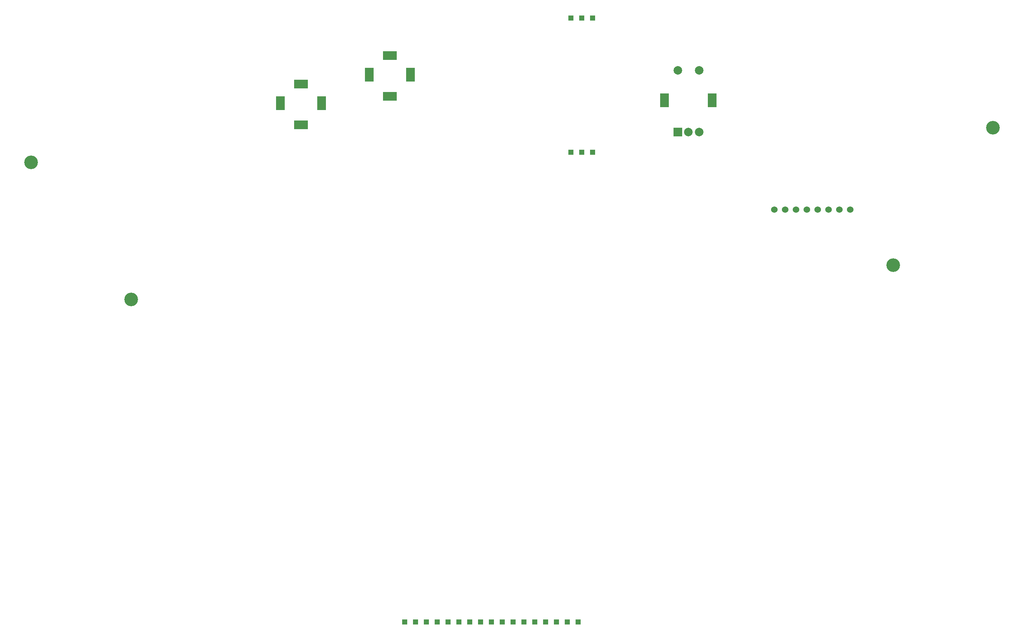
<source format=gbr>
%TF.GenerationSoftware,KiCad,Pcbnew,(5.1.7-0-10_14)*%
%TF.CreationDate,2021-04-08T12:21:10+02:00*%
%TF.ProjectId,MDMA,4d444d41-2e6b-4696-9361-645f70636258,rev?*%
%TF.SameCoordinates,Original*%
%TF.FileFunction,Soldermask,Bot*%
%TF.FilePolarity,Negative*%
%FSLAX46Y46*%
G04 Gerber Fmt 4.6, Leading zero omitted, Abs format (unit mm)*
G04 Created by KiCad (PCBNEW (5.1.7-0-10_14)) date 2021-04-08 12:21:10*
%MOMM*%
%LPD*%
G01*
G04 APERTURE LIST*
%ADD10C,3.200000*%
%ADD11R,1.250000X1.250000*%
%ADD12R,2.000000X2.000000*%
%ADD13C,2.000000*%
%ADD14R,2.000000X3.200000*%
%ADD15R,3.200000X2.000000*%
%ADD16C,1.524000*%
G04 APERTURE END LIST*
D10*
%TO.C,H4*%
X50030000Y-99240000D03*
%TD*%
%TO.C,H3*%
X251968000Y-58928000D03*
%TD*%
%TO.C,H2*%
X26640000Y-67056000D03*
%TD*%
%TO.C,H1*%
X228600000Y-91186000D03*
%TD*%
D11*
%TO.C,U1*%
X158140000Y-33150000D03*
X155600000Y-33150000D03*
X153060000Y-33150000D03*
X158140000Y-64650000D03*
X155600000Y-64650000D03*
X153060000Y-64650000D03*
%TD*%
%TO.C,P1*%
X154780000Y-174950000D03*
X152240000Y-174950000D03*
X149700000Y-174950000D03*
X147160000Y-174950000D03*
X144620000Y-174950000D03*
X142080000Y-174950000D03*
X139540000Y-174950000D03*
X137000000Y-174950000D03*
X134460000Y-174950000D03*
X131920000Y-174950000D03*
X129380000Y-174950000D03*
X126840000Y-174950000D03*
X124300000Y-174950000D03*
X121760000Y-174950000D03*
X119220000Y-174950000D03*
X116680000Y-174950000D03*
X114140000Y-174950000D03*
%TD*%
D12*
%TO.C,SW1*%
X178140000Y-59950000D03*
D13*
X180640000Y-59950000D03*
X183140000Y-59950000D03*
D14*
X175040000Y-52450000D03*
X186240000Y-52450000D03*
D13*
X178140000Y-45450000D03*
X183140000Y-45450000D03*
%TD*%
D14*
%TO.C,SW II*%
X94660000Y-53190000D03*
X85060000Y-53190000D03*
D15*
X89860000Y-58290000D03*
X89860000Y-48690000D03*
%TD*%
D14*
%TO.C,SW3*%
X115470000Y-46460000D03*
X105870000Y-46460000D03*
D15*
X110670000Y-51560000D03*
X110670000Y-41960000D03*
%TD*%
D16*
%TO.C,T1*%
X200800000Y-78110000D03*
X203340000Y-78110000D03*
X205880000Y-78110000D03*
X208420000Y-78110000D03*
X210960000Y-78110000D03*
X213500000Y-78110000D03*
X216040000Y-78110000D03*
X218580000Y-78110000D03*
%TD*%
M02*

</source>
